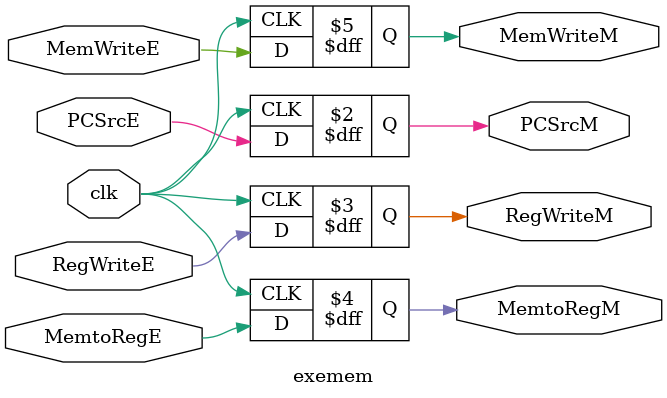
<source format=sv>
module exemem(input logic clk,
  input logic PCSrcE,
  input logic RegWriteE,
  input logic MemtoRegE,
  input logic MemWriteE,
  output logic PCSrcM,
  output logic RegWriteM,
  output logic MemtoRegM,
  output logic MemWriteM
  );

  always@(posedge clk)
  begin
  PCSrcM <= PCSrcE;
  RegWriteM <= RegWriteE;
  MemtoRegM <= MemtoRegE;
  MemWriteM <= MemWriteE;
  end

endmodule

</source>
